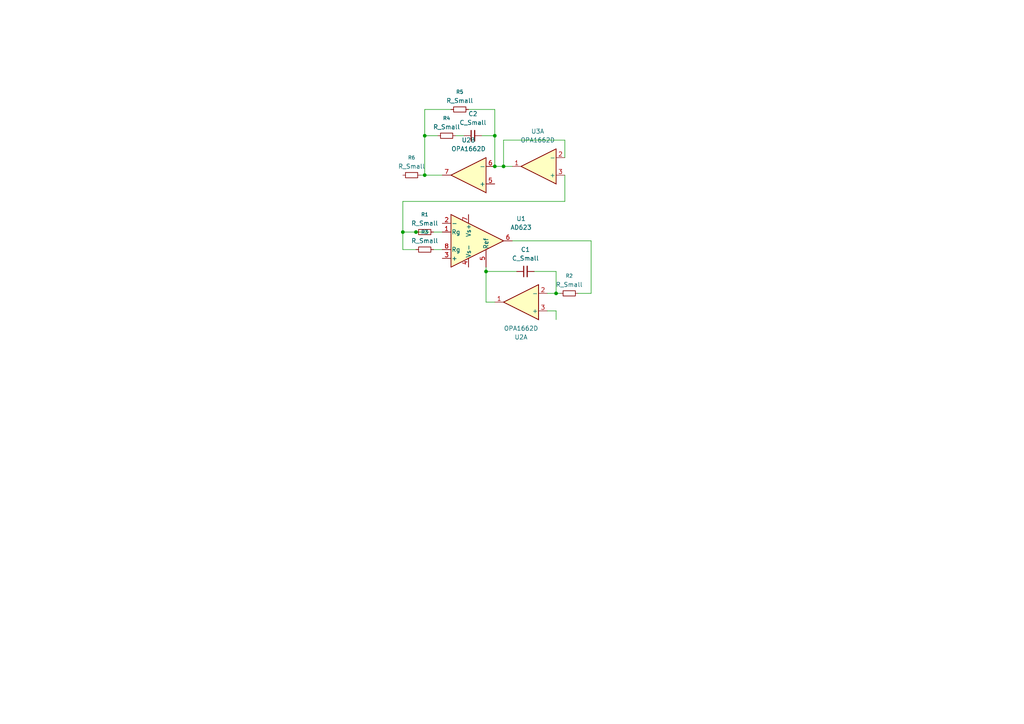
<source format=kicad_sch>
(kicad_sch (version 20250114) (generator "eeschema") (generator_version "9.0")
  (paper "A4")
  (lib_symbols
    (symbol "Amplifier_Instrumentation:AD623" (pin_names (offset 0.127))
      (property "Reference" "U" (at 3.81 7.62 0))
      (property "Value" "AD623" (at 5.08 5.08 0))
      (symbol "AD623_0_1"
        (polyline (pts (xy -7.62 7.62) (xy -7.62 -7.62) (xy 7.62 0) (xy -7.62 7.62)) (stroke (width 0.254)) (fill (type background)))
      )
      (symbol "AD623_1_1"
        (pin input line (at -10.16 5.08 0) (length 2.54) (name "-") (number "2"))
        (pin passive line (at -10.16 2.54 0) (length 2.54) (name "Rg") (number "1"))
        (pin passive line (at -10.16 -2.54 0) (length 2.54) (name "Rg") (number "8"))
        (pin input line (at -10.16 -5.08 0) (length 2.54) (name "+") (number "3"))
        (pin power_in line (at -2.54 7.62 270) (length 2.54) (name "Vs+") (number "7"))
        (pin power_in line (at -2.54 -7.62 90) (length 2.54) (name "Vs-") (number "4"))
        (pin passive line (at 2.54 -7.62 90) (length 5.08) (name "Ref") (number "5"))
        (pin output line (at 10.16 0 180) (length 2.54) (name "~") (number "6"))
      )
    )
    (symbol "Amplifier_Operational:OPA1662D" (pin_names (offset 0.127))
      (property "Reference" "U" (at 0 5.08 0))
      (property "Value" "OPA1662D" (at 0 -5.08 0))
      (symbol "OPA1662D_1_1"
        (polyline (pts (xy -5.08 5.08) (xy 5.08 0) (xy -5.08 -5.08) (xy -5.08 5.08)) (stroke (width 0.254)) (fill (type background)))
        (pin input line (at -7.62 2.54 0) (length 2.54) (name "+") (number "3"))
        (pin input line (at -7.62 -2.54 0) (length 2.54) (name "-") (number "2"))
        (pin output line (at 7.62 0 180) (length 2.54) (name "~") (number "1"))
      )
      (symbol "OPA1662D_2_1"
        (polyline (pts (xy -5.08 5.08) (xy 5.08 0) (xy -5.08 -5.08) (xy -5.08 5.08)) (stroke (width 0.254)) (fill (type background)))
        (pin input line (at -7.62 2.54 0) (length 2.54) (name "+") (number "5"))
        (pin input line (at -7.62 -2.54 0) (length 2.54) (name "-") (number "6"))
        (pin output line (at 7.62 0 180) (length 2.54) (name "~") (number "7"))
      )
      (symbol "OPA1662D_3_1"
        (pin power_in line (at -2.54 7.62 270) (length 3.81) (name "V+") (number "8"))
        (pin power_in line (at -2.54 -7.62 90) (length 3.81) (name "V-") (number "4"))
      )
    )
    (symbol "Device:C_Small" (pin_numbers (hide yes)) (pin_names (offset 0.254) (hide yes))
      (property "Reference" "C" (at 0.254 1.778 0))
      (property "Value" "C_Small" (at 0.254 -2.032 0))
      (symbol "C_Small_0_1"
        (polyline (pts (xy -1.524 0.508) (xy 1.524 0.508)) (stroke (width 0.3048)))
        (polyline (pts (xy -1.524 -0.508) (xy 1.524 -0.508)) (stroke (width 0.3302)))
      )
      (symbol "C_Small_1_1"
        (pin passive line (at 0 2.54 270) (length 2.032) (name "~") (number "1"))
        (pin passive line (at 0 -2.54 90) (length 2.032) (name "~") (number "2"))
      )
    )
    (symbol "Device:R_Small" (pin_numbers (hide yes)) (pin_names (offset 0.254) (hide yes))
      (property "Reference" "R" (at 0 0 90))
      (property "Value" "R_Small" (at 1.778 0 90))
      (symbol "R_Small_0_1"
        (rectangle (start -0.762 1.778) (end 0.762 -1.778) (stroke (width 0.2032)))
      )
      (symbol "R_Small_1_1"
        (pin passive line (at 0 2.54 270) (length 0.762) (name "~") (number "1"))
        (pin passive line (at 0 -2.54 90) (length 0.762) (name "~") (number "2"))
      )
    )
  )
  (junction (at 161.29 85.09))
  (junction (at 143.51 48.26))
  (junction (at 143.51 39.37))
  (junction (at 140.97 78.74))
  (junction (at 146.05 48.26))
  (junction (at 120.65 67.31))
  (junction (at 123.19 50.8))
  (junction (at 123.19 39.37))
  (junction (at 116.84 67.31))
  (wire (pts (xy 143.51 39.37) (xy 143.51 48.26)))
  (wire (pts (xy 116.84 58.42) (xy 116.84 67.31)))
  (wire (pts (xy 116.84 72.39) (xy 120.65 72.39)))
  (wire (pts (xy 146.05 48.26) (xy 146.05 40.64)))
  (wire (pts (xy 123.19 31.75) (xy 123.19 39.37)))
  (wire (pts (xy 135.89 31.75) (xy 143.51 31.75)))
  (wire (pts (xy 125.73 72.39) (xy 128.27 72.39)))
  (wire (pts (xy 146.05 48.26) (xy 148.59 48.26)))
  (wire (pts (xy 163.83 50.8) (xy 163.83 58.42)))
  (wire (pts (xy 161.29 90.17) (xy 161.29 92.71)))
  (wire (pts (xy 125.73 67.31) (xy 128.27 67.31)))
  (wire (pts (xy 148.59 69.85) (xy 171.45 69.85)))
  (wire (pts (xy 121.92 50.8) (xy 123.19 50.8)))
  (wire (pts (xy 130.81 31.75) (xy 123.19 31.75)))
  (wire (pts (xy 140.97 77.47) (xy 140.97 78.74)))
  (wire (pts (xy 123.19 50.8) (xy 128.27 50.8)))
  (wire (pts (xy 140.97 78.74) (xy 149.86 78.74)))
  (wire (pts (xy 158.75 90.17) (xy 161.29 90.17)))
  (wire (pts (xy 123.19 39.37) (xy 123.19 50.8)))
  (wire (pts (xy 171.45 85.09) (xy 167.64 85.09)))
  (wire (pts (xy 127 39.37) (xy 123.19 39.37)))
  (wire (pts (xy 140.97 78.74) (xy 140.97 87.63)))
  (wire (pts (xy 116.84 67.31) (xy 120.65 67.31)))
  (wire (pts (xy 171.45 69.85) (xy 171.45 85.09)))
  (wire (pts (xy 140.97 87.63) (xy 143.51 87.63)))
  (wire (pts (xy 143.51 31.75) (xy 143.51 39.37)))
  (wire (pts (xy 146.05 40.64) (xy 163.83 40.64)))
  (wire (pts (xy 143.51 39.37) (xy 139.7 39.37)))
  (wire (pts (xy 132.08 39.37) (xy 134.62 39.37)))
  (wire (pts (xy 161.29 85.09) (xy 162.56 85.09)))
  (wire (pts (xy 163.83 40.64) (xy 163.83 45.72)))
  (wire (pts (xy 161.29 78.74) (xy 161.29 85.09)))
  (wire (pts (xy 154.94 78.74) (xy 161.29 78.74)))
  (wire (pts (xy 143.51 48.26) (xy 146.05 48.26)))
  (wire (pts (xy 120.65 67.31) (xy 124.46 67.31)))
  (wire (pts (xy 161.29 85.09) (xy 158.75 85.09)))
  (wire (pts (xy 163.83 58.42) (xy 116.84 58.42)))
  (wire (pts (xy 116.84 67.31) (xy 116.84 72.39)))
  (symbol (lib_id "Amplifier_Operational:OPA1662D") (at 151.13 87.63 180) (unit 1)
    (property "Reference" "U2" (at 151.13 97.79 0))
    (property "Value" "OPA1662D" (at 151.13 95.25 0))
    (property "Footprint" "Package_SO:SOIC-8_3.9x4.9mm_P1.27mm" (effects (hide yes)))
    (property "Datasheet" "https://www.ti.com/lit/ds/symlink/opa1662.pdf" (effects (hide yes)))
    (property "Description" "Dual Low-Power, Low-Noise, Low-Distortion, Bipolar-Input SoundPlus Audio Operational Amplifiers, SOIC-8" (effects (hide yes)))
  )
  (symbol (lib_id "Device:R_Small") (at 133.35 31.75 90) (unit 1)
    (property "Reference" "R5" (at 133.35 26.67 90) (effects (font (size 1.016 1.016))))
    (property "Value" "R_Small" (at 133.35 29.21 90))
    (property "Description" "Resistor, small symbol" (effects (hide yes)))
  )
  (symbol (lib_id "Amplifier_Operational:OPA1662D") (at 135.89 50.8 180) (unit 2)
    (property "Reference" "U2" (at 135.89 40.64 0))
    (property "Value" "OPA1662D" (at 135.89 43.18 0))
    (property "Footprint" "Package_SO:SOIC-8_3.9x4.9mm_P1.27mm" (effects (hide yes)))
    (property "Datasheet" "https://www.ti.com/lit/ds/symlink/opa1662.pdf" (effects (hide yes)))
    (property "Description" "Dual Low-Power, Low-Noise, Low-Distortion, Bipolar-Input SoundPlus Audio Operational Amplifiers, SOIC-8" (effects (hide yes)))
  )
  (symbol (lib_id "Device:C_Small") (at 152.4 78.74 90) (unit 1)
    (property "Reference" "C1" (at 152.4063 72.39 90))
    (property "Value" "C_Small" (at 152.4063 74.93 90))
    (property "Description" "Unpolarized capacitor, small symbol" (effects (hide yes)))
  )
  (symbol (lib_id "Amplifier_Instrumentation:AD623") (at 138.43 69.85 0) (unit 1)
    (property "Reference" "U1" (at 151.13 63.4298 0))
    (property "Value" "AD623" (at 151.13 65.9698 0))
    (property "Datasheet" "https://www.analog.com/media/en/technical-documentation/data-sheets/AD623.pdf" (effects (hide yes)))
    (property "Description" "Single Rail-to-Rail, Low Cost Instrumentation Amplifier, DIP-8/SOIC-8/MSOP-8" (effects (hide yes)))
  )
  (symbol (lib_id "Device:R_Small") (at 123.19 67.31 270) (unit 1)
    (property "Reference" "R1" (at 123.19 62.23 90) (effects (font (size 1.016 1.016))))
    (property "Value" "R_Small" (at 123.19 64.77 90))
    (property "Description" "Resistor, small symbol" (effects (hide yes)))
  )
  (symbol (lib_id "Device:R_Small") (at 123.19 72.39 270) (unit 1)
    (property "Reference" "R3" (at 123.19 67.31 90) (effects (font (size 1.016 1.016))))
    (property "Value" "R_Small" (at 123.19 69.85 90))
    (property "Description" "Resistor, small symbol" (effects (hide yes)))
  )
  (symbol (lib_id "Device:R_Small") (at 129.54 39.37 90) (unit 1)
    (property "Reference" "R4" (at 129.54 34.29 90) (effects (font (size 1.016 1.016))))
    (property "Value" "R_Small" (at 129.54 36.83 90))
    (property "Description" "Resistor, small symbol" (effects (hide yes)))
  )
  (symbol (lib_id "Device:C_Small") (at 137.16 39.37 90) (unit 1)
    (property "Reference" "C2" (at 137.1663 33.02 90))
    (property "Value" "C_Small" (at 137.1663 35.56 90))
    (property "Description" "Unpolarized capacitor, small symbol" (effects (hide yes)))
  )
  (symbol (lib_id "Device:R_Small") (at 119.38 50.8 90) (unit 1)
    (property "Reference" "R6" (at 119.38 45.72 90) (effects (font (size 1.016 1.016))))
    (property "Value" "R_Small" (at 119.38 48.26 90))
    (property "Description" "Resistor, small symbol" (effects (hide yes)))
  )
  (symbol (lib_id "Amplifier_Operational:OPA1662D") (at 156.21 48.26 180) (unit 1)
    (property "Reference" "U3" (at 155.956 38.1 0))
    (property "Value" "OPA1662D" (at 155.956 40.64 0))
    (property "Footprint" "Package_SO:SOIC-8_3.9x4.9mm_P1.27mm" (effects (hide yes)))
    (property "Datasheet" "https://www.ti.com/lit/ds/symlink/opa1662.pdf" (effects (hide yes)))
    (property "Description" "Dual Low-Power, Low-Noise, Low-Distortion, Bipolar-Input SoundPlus Audio Operational Amplifiers, SOIC-8" (effects (hide yes)))
  )
  (symbol (lib_id "Device:R_Small") (at 165.1 85.09 90) (unit 1)
    (property "Reference" "R2" (at 165.1 80.01 90) (effects (font (size 1.016 1.016))))
    (property "Value" "R_Small" (at 165.1 82.55 90))
    (property "Description" "Resistor, small symbol" (effects (hide yes)))
  )
)
</source>
